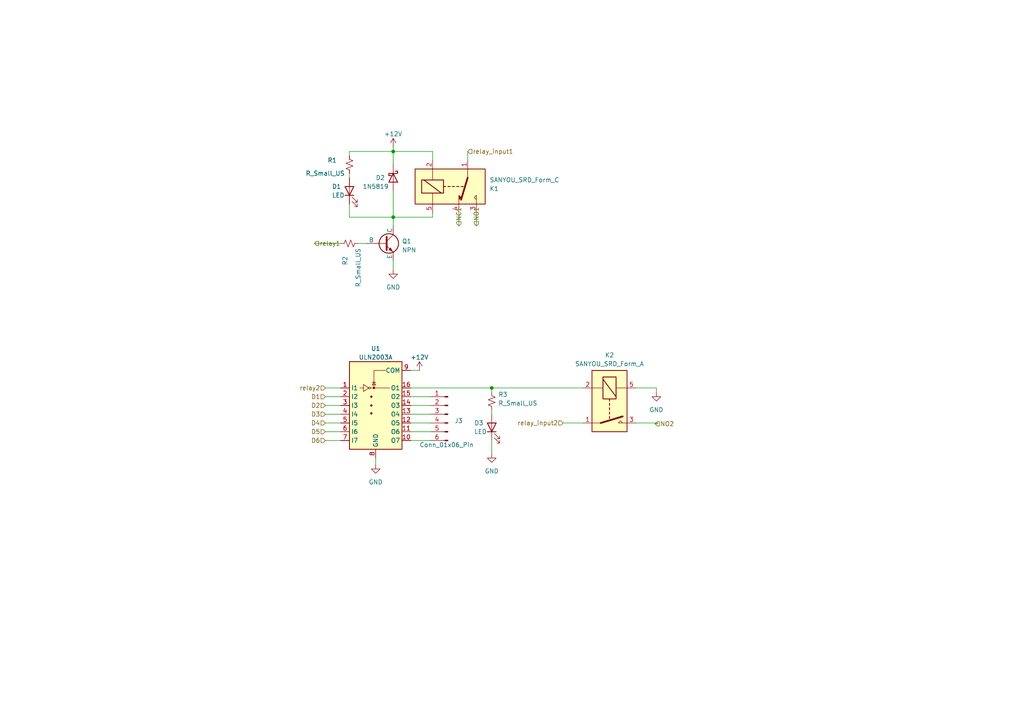
<source format=kicad_sch>
(kicad_sch (version 20230121) (generator eeschema)
  (paper "A4")
  (lib_symbols
    (symbol "Connector:Conn_01x06_Pin" (pin_names (offset 1.016) hide)
      (property "Reference" "J" (at 0 7.62 0))
      (property "Value" "Conn_01x06_Pin" (at 0 -10.16 0))
      (symbol "Conn_01x06_Pin_1_1"
        (polyline (pts (xy 1.27 -7.62) (xy 0.8636 -7.62)) (stroke (width 0.1524)))
        (polyline (pts (xy 1.27 -5.08) (xy 0.8636 -5.08)) (stroke (width 0.1524)))
        (polyline (pts (xy 1.27 -2.54) (xy 0.8636 -2.54)) (stroke (width 0.1524)))
        (polyline (pts (xy 1.27 0) (xy 0.8636 0)) (stroke (width 0.1524)))
        (polyline (pts (xy 1.27 2.54) (xy 0.8636 2.54)) (stroke (width 0.1524)))
        (polyline (pts (xy 1.27 5.08) (xy 0.8636 5.08)) (stroke (width 0.1524)))
        (rectangle (start 0.8636 -7.493) (end 0 -7.747) (stroke (width 0.1524)) (fill (type outline)))
        (rectangle (start 0.8636 -4.953) (end 0 -5.207) (stroke (width 0.1524)) (fill (type outline)))
        (rectangle (start 0.8636 -2.413) (end 0 -2.667) (stroke (width 0.1524)) (fill (type outline)))
        (rectangle (start 0.8636 0.127) (end 0 -0.127) (stroke (width 0.1524)) (fill (type outline)))
        (rectangle (start 0.8636 2.667) (end 0 2.413) (stroke (width 0.1524)) (fill (type outline)))
        (rectangle (start 0.8636 5.207) (end 0 4.953) (stroke (width 0.1524)) (fill (type outline)))
        (pin passive line (at 5.08 5.08 180) (length 3.81) (name "Pin_1") (number "1"))
        (pin passive line (at 5.08 2.54 180) (length 3.81) (name "Pin_2") (number "2"))
        (pin passive line (at 5.08 0 180) (length 3.81) (name "Pin_3") (number "3"))
        (pin passive line (at 5.08 -2.54 180) (length 3.81) (name "Pin_4") (number "4"))
        (pin passive line (at 5.08 -5.08 180) (length 3.81) (name "Pin_5") (number "5"))
        (pin passive line (at 5.08 -7.62 180) (length 3.81) (name "Pin_6") (number "6"))
      )
    )
    (symbol "Device:LED" (pin_numbers hide) (pin_names (offset 1.016) hide)
      (property "Reference" "D" (at 0 2.54 0))
      (property "Value" "LED" (at 0 -2.54 0))
      (symbol "LED_0_1"
        (polyline (pts (xy -1.27 -1.27) (xy -1.27 1.27)) (stroke (width 0.254)))
        (polyline (pts (xy -1.27 0) (xy 1.27 0)))
        (polyline (pts (xy 1.27 -1.27) (xy 1.27 1.27) (xy -1.27 0) (xy 1.27 -1.27)) (stroke (width 0.254)))
        (polyline (pts (xy -3.048 -0.762) (xy -4.572 -2.286) (xy -3.81 -2.286) (xy -4.572 -2.286) (xy -4.572 -1.524)))
        (polyline (pts (xy -1.778 -0.762) (xy -3.302 -2.286) (xy -2.54 -2.286) (xy -3.302 -2.286) (xy -3.302 -1.524)))
      )
      (symbol "LED_1_1"
        (pin passive line (at -3.81 0 0) (length 2.54) (name "K") (number "1"))
        (pin passive line (at 3.81 0 180) (length 2.54) (name "A") (number "2"))
      )
    )
    (symbol "Device:R_Small_US" (pin_numbers hide) (pin_names (offset 0.254) hide)
      (property "Reference" "R" (at 0.762 0.508 0))
      (property "Value" "R_Small_US" (at 0.762 -1.016 0))
      (symbol "R_Small_US_1_1"
        (polyline (pts (xy 0 0) (xy 1.016 -0.381) (xy 0 -0.762) (xy -1.016 -1.143) (xy 0 -1.524)))
        (polyline (pts (xy 0 1.524) (xy 1.016 1.143) (xy 0 0.762) (xy -1.016 0.381) (xy 0 0)))
        (pin passive line (at 0 2.54 270) (length 1.016) (name "~") (number "1"))
        (pin passive line (at 0 -2.54 90) (length 1.016) (name "~") (number "2"))
      )
    )
    (symbol "Diode:1N5819" (pin_numbers hide) (pin_names (offset 1.016) hide)
      (property "Reference" "D" (at 0 2.54 0))
      (property "Value" "1N5819" (at 0 -2.54 0))
      (symbol "1N5819_0_1"
        (polyline (pts (xy 1.27 0) (xy -1.27 0)))
        (polyline (pts (xy 1.27 1.27) (xy 1.27 -1.27) (xy -1.27 0) (xy 1.27 1.27)) (stroke (width 0.254)))
        (polyline (pts (xy -1.905 0.635) (xy -1.905 1.27) (xy -1.27 1.27) (xy -1.27 -1.27) (xy -0.635 -1.27) (xy -0.635 -0.635)) (stroke (width 0.254)))
      )
      (symbol "1N5819_1_1"
        (pin passive line (at -3.81 0 0) (length 2.54) (name "K") (number "1"))
        (pin passive line (at 3.81 0 180) (length 2.54) (name "A") (number "2"))
      )
    )
    (symbol "Relay:SANYOU_SRD_Form_A"
      (property "Reference" "K" (at 8.89 3.81 0))
      (property "Value" "SANYOU_SRD_Form_A" (at 8.89 1.27 0))
      (symbol "SANYOU_SRD_Form_A_0_0"
        (polyline (pts (xy 5.08 5.08) (xy 5.08 2.54) (xy 4.445 3.175) (xy 5.08 3.81)))
      )
      (symbol "SANYOU_SRD_Form_A_0_1"
        (rectangle (start -10.16 5.08) (end 7.62 -5.08) (stroke (width 0.254)) (fill (type background)))
        (rectangle (start -8.255 1.905) (end -1.905 -1.905) (stroke (width 0.254)))
        (polyline (pts (xy -7.62 -1.905) (xy -2.54 1.905)) (stroke (width 0.254)))
        (polyline (pts (xy -5.08 -5.08) (xy -5.08 -1.905)))
        (polyline (pts (xy -5.08 5.08) (xy -5.08 1.905)))
        (polyline (pts (xy -1.905 0) (xy -1.27 0)) (stroke (width 0.254)))
        (polyline (pts (xy -0.635 0) (xy 0 0)) (stroke (width 0.254)))
        (polyline (pts (xy 0.635 0) (xy 1.27 0)) (stroke (width 0.254)))
        (polyline (pts (xy 1.905 0) (xy 2.54 0)) (stroke (width 0.254)))
        (polyline (pts (xy 3.175 0) (xy 3.81 0)) (stroke (width 0.254)))
        (polyline (pts (xy 5.08 -2.54) (xy 3.175 3.81)) (stroke (width 0.508)))
        (polyline (pts (xy 5.08 -2.54) (xy 5.08 -5.08)))
      )
      (symbol "SANYOU_SRD_Form_A_1_1"
        (pin passive line (at 5.08 -7.62 90) (length 2.54) (name "~") (number "1"))
        (pin passive line (at -5.08 -7.62 90) (length 2.54) (name "~") (number "2"))
        (pin passive line (at 5.08 7.62 270) (length 2.54) (name "~") (number "3"))
        (pin passive line (at -5.08 7.62 270) (length 2.54) (name "~") (number "5"))
      )
    )
    (symbol "Relay:SANYOU_SRD_Form_C"
      (property "Reference" "K" (at 11.43 3.81 0))
      (property "Value" "SANYOU_SRD_Form_C" (at 11.43 1.27 0))
      (symbol "SANYOU_SRD_Form_C_0_0"
        (polyline (pts (xy 7.62 5.08) (xy 7.62 2.54) (xy 6.985 3.175) (xy 7.62 3.81)))
      )
      (symbol "SANYOU_SRD_Form_C_0_1"
        (rectangle (start -10.16 5.08) (end 10.16 -5.08) (stroke (width 0.254)) (fill (type background)))
        (rectangle (start -8.255 1.905) (end -1.905 -1.905) (stroke (width 0.254)))
        (polyline (pts (xy -7.62 -1.905) (xy -2.54 1.905)) (stroke (width 0.254)))
        (polyline (pts (xy -5.08 -5.08) (xy -5.08 -1.905)))
        (polyline (pts (xy -5.08 5.08) (xy -5.08 1.905)))
        (polyline (pts (xy -1.905 0) (xy -1.27 0)) (stroke (width 0.254)))
        (polyline (pts (xy -0.635 0) (xy 0 0)) (stroke (width 0.254)))
        (polyline (pts (xy 0.635 0) (xy 1.27 0)) (stroke (width 0.254)))
        (polyline (pts (xy 1.905 0) (xy 2.54 0)) (stroke (width 0.254)))
        (polyline (pts (xy 3.175 0) (xy 3.81 0)) (stroke (width 0.254)))
        (polyline (pts (xy 5.08 -2.54) (xy 3.175 3.81)) (stroke (width 0.508)))
        (polyline (pts (xy 5.08 -2.54) (xy 5.08 -5.08)))
      )
      (symbol "SANYOU_SRD_Form_C_1_1"
        (polyline (pts (xy 2.54 3.81) (xy 3.175 3.175) (xy 2.54 2.54) (xy 2.54 5.08)) (fill (type outline)))
        (pin passive line (at 5.08 -7.62 90) (length 2.54) (name "~") (number "1"))
        (pin passive line (at -5.08 -7.62 90) (length 2.54) (name "~") (number "2"))
        (pin passive line (at 7.62 7.62 270) (length 2.54) (name "~") (number "3"))
        (pin passive line (at 2.54 7.62 270) (length 2.54) (name "~") (number "4"))
        (pin passive line (at -5.08 7.62 270) (length 2.54) (name "~") (number "5"))
      )
    )
    (symbol "Simulation_SPICE:NPN" (pin_numbers hide) (pin_names (offset 0))
      (property "Reference" "Q" (at -2.54 7.62 0))
      (property "Value" "NPN" (at -2.54 5.08 0))
      (symbol "NPN_0_1"
        (polyline (pts (xy -2.54 0) (xy 0.635 0)) (stroke (width 0.1524)))
        (polyline (pts (xy 0.635 0.635) (xy 2.54 2.54)))
        (polyline (pts (xy 2.794 -1.27) (xy 2.794 -1.27)) (stroke (width 0.1524)))
        (polyline (pts (xy 2.794 -1.27) (xy 2.794 -1.27)) (stroke (width 0.1524)))
        (polyline (pts (xy 0.635 -0.635) (xy 2.54 -2.54) (xy 2.54 -2.54)))
        (polyline (pts (xy 0.635 1.905) (xy 0.635 -1.905) (xy 0.635 -1.905)) (stroke (width 0.508)))
        (polyline (pts (xy 1.27 -1.778) (xy 1.778 -1.27) (xy 2.286 -2.286) (xy 1.27 -1.778) (xy 1.27 -1.778)) (fill (type outline)))
        (circle (center 1.27 0) (radius 2.8194) (stroke (width 0.254)))
      )
      (symbol "NPN_1_1"
        (pin open_collector line (at 2.54 5.08 270) (length 2.54) (name "C") (number "1"))
        (pin input line (at -5.08 0 0) (length 2.54) (name "B") (number "2"))
        (pin open_emitter line (at 2.54 -5.08 90) (length 2.54) (name "E") (number "3"))
      )
    )
    (symbol "Transistor_Array:ULN2003A"
      (property "Reference" "U" (at 0 15.875 0))
      (property "Value" "ULN2003A" (at 0 13.97 0))
      (symbol "ULN2003A_0_1"
        (rectangle (start -7.62 -12.7) (end 7.62 12.7) (stroke (width 0.254)) (fill (type background)))
        (circle (center -1.778 5.08) (radius 0.254))
        (circle (center -1.27 -2.286) (radius 0.254) (fill (type outline)))
        (circle (center -1.27 0) (radius 0.254) (fill (type outline)))
        (circle (center -1.27 2.54) (radius 0.254) (fill (type outline)))
        (circle (center -0.508 5.08) (radius 0.254) (fill (type outline)))
        (polyline (pts (xy -4.572 5.08) (xy -3.556 5.08)))
        (polyline (pts (xy -1.524 5.08) (xy 4.064 5.08)))
        (polyline (pts (xy 0 6.731) (xy -1.016 6.731)))
        (polyline (pts (xy -0.508 5.08) (xy -0.508 10.16) (xy 2.921 10.16)))
        (polyline (pts (xy -3.556 6.096) (xy -3.556 4.064) (xy -2.032 5.08) (xy -3.556 6.096)))
        (polyline (pts (xy 0 5.969) (xy -1.016 5.969) (xy -0.508 6.731) (xy 0 5.969)))
      )
      (symbol "ULN2003A_1_1"
        (pin input line (at -10.16 5.08 0) (length 2.54) (name "I1") (number "1"))
        (pin open_collector line (at 10.16 -10.16 180) (length 2.54) (name "O7") (number "10"))
        (pin open_collector line (at 10.16 -7.62 180) (length 2.54) (name "O6") (number "11"))
        (pin open_collector line (at 10.16 -5.08 180) (length 2.54) (name "O5") (number "12"))
        (pin open_collector line (at 10.16 -2.54 180) (length 2.54) (name "O4") (number "13"))
        (pin open_collector line (at 10.16 0 180) (length 2.54) (name "O3") (number "14"))
        (pin open_collector line (at 10.16 2.54 180) (length 2.54) (name "O2") (number "15"))
        (pin open_collector line (at 10.16 5.08 180) (length 2.54) (name "O1") (number "16"))
        (pin input line (at -10.16 2.54 0) (length 2.54) (name "I2") (number "2"))
        (pin input line (at -10.16 0 0) (length 2.54) (name "I3") (number "3"))
        (pin input line (at -10.16 -2.54 0) (length 2.54) (name "I4") (number "4"))
        (pin input line (at -10.16 -5.08 0) (length 2.54) (name "I5") (number "5"))
        (pin input line (at -10.16 -7.62 0) (length 2.54) (name "I6") (number "6"))
        (pin input line (at -10.16 -10.16 0) (length 2.54) (name "I7") (number "7"))
        (pin power_in line (at 0 -15.24 90) (length 2.54) (name "GND") (number "8"))
        (pin passive line (at 10.16 10.16 180) (length 2.54) (name "COM") (number "9"))
      )
    )
    (symbol "power:+12V" (power) (pin_names (offset 0))
      (property "Value" "+12V" (at 0 3.556 0))
      (symbol "+12V_0_1"
        (polyline (pts (xy -0.762 1.27) (xy 0 2.54)))
        (polyline (pts (xy 0 0) (xy 0 2.54)))
        (polyline (pts (xy 0 2.54) (xy 0.762 1.27)))
      )
      (symbol "+12V_1_1"
        (pin power_in line (at 0 0 90) (length 0) hide (name "+12V") (number "1"))
      )
    )
    (symbol "power:GND" (power) (pin_names (offset 0))
      (property "Value" "GND" (at 0 -3.81 0))
      (symbol "GND_0_1"
        (polyline (pts (xy 0 0) (xy 0 -1.27) (xy 1.27 -1.27) (xy 0 -2.54) (xy -1.27 -1.27) (xy 0 -1.27)))
      )
      (symbol "GND_1_1"
        (pin power_in line (at 0 0 270) (length 0) hide (name "GND") (number "1"))
      )
    )
  )
  (junction (at 142.621 112.522))
  (junction (at 114.046 43.942))
  (junction (at 114.046 62.992))
  (wire (pts (xy 119.126 117.602) (xy 124.841 117.602)))
  (wire (pts (xy 101.346 59.182) (xy 101.346 62.992)))
  (wire (pts (xy 190.754 122.682) (xy 190.754 122.936)))
  (wire (pts (xy 119.126 107.442) (xy 121.666 107.442)))
  (wire (pts (xy 119.126 127.762) (xy 124.841 127.762)))
  (wire (pts (xy 91.186 70.612) (xy 98.806 70.612)))
  (wire (pts (xy 114.046 42.672) (xy 114.046 43.942)))
  (wire (pts (xy 94.361 117.602) (xy 98.806 117.602)))
  (wire (pts (xy 114.046 55.372) (xy 114.046 62.992)))
  (wire (pts (xy 114.046 75.692) (xy 114.046 78.232)))
  (wire (pts (xy 119.126 122.682) (xy 124.841 122.682)))
  (wire (pts (xy 119.126 120.142) (xy 124.841 120.142)))
  (wire (pts (xy 125.476 43.942) (xy 125.476 46.482)))
  (wire (pts (xy 94.361 115.062) (xy 98.806 115.062)))
  (wire (pts (xy 163.322 122.682) (xy 169.164 122.682)))
  (wire (pts (xy 101.346 43.942) (xy 114.046 43.942)))
  (wire (pts (xy 114.046 62.992) (xy 125.476 62.992)))
  (wire (pts (xy 142.621 112.522) (xy 169.164 112.522)))
  (wire (pts (xy 190.373 112.522) (xy 190.373 113.792)))
  (wire (pts (xy 101.346 50.292) (xy 101.346 51.562)))
  (wire (pts (xy 119.126 115.062) (xy 124.841 115.062)))
  (wire (pts (xy 142.621 127.762) (xy 142.621 131.572)))
  (wire (pts (xy 114.046 43.942) (xy 114.046 47.752)))
  (wire (pts (xy 142.621 113.792) (xy 142.621 112.522)))
  (wire (pts (xy 94.361 122.682) (xy 98.806 122.682)))
  (wire (pts (xy 190.754 122.682) (xy 184.404 122.682)))
  (wire (pts (xy 190.754 122.936) (xy 189.992 122.936)))
  (wire (pts (xy 94.361 120.142) (xy 98.806 120.142)))
  (wire (pts (xy 119.126 112.522) (xy 142.621 112.522)))
  (wire (pts (xy 184.404 112.522) (xy 190.373 112.522)))
  (wire (pts (xy 138.176 61.722) (xy 138.176 65.532)))
  (wire (pts (xy 103.886 70.612) (xy 106.426 70.612)))
  (wire (pts (xy 101.346 62.992) (xy 114.046 62.992)))
  (wire (pts (xy 94.361 125.222) (xy 98.806 125.222)))
  (wire (pts (xy 119.126 125.222) (xy 124.841 125.222)))
  (wire (pts (xy 101.346 45.212) (xy 101.346 43.942)))
  (wire (pts (xy 114.046 43.942) (xy 125.476 43.942)))
  (wire (pts (xy 135.636 43.942) (xy 135.636 46.482)))
  (wire (pts (xy 125.476 62.992) (xy 125.476 61.722)))
  (wire (pts (xy 94.361 127.762) (xy 98.806 127.762)))
  (wire (pts (xy 133.096 61.722) (xy 133.096 65.532)))
  (wire (pts (xy 108.966 132.842) (xy 108.966 134.747)))
  (wire (pts (xy 142.621 118.872) (xy 142.621 120.142)))
  (wire (pts (xy 94.361 112.522) (xy 98.806 112.522)))
  (wire (pts (xy 114.046 62.992) (xy 114.046 65.532)))
  (hierarchical_label "relay1" (shape input) (at 91.186 70.612 0))
  (hierarchical_label "NO1" (shape input) (at 138.176 65.532 90))
  (hierarchical_label "NC1" (shape input) (at 133.096 65.532 90))
  (hierarchical_label "D2" (shape input) (at 94.361 117.602 180))
  (hierarchical_label "NO2" (shape input) (at 189.992 122.936 0))
  (hierarchical_label "D5" (shape input) (at 94.361 125.222 180))
  (hierarchical_label "relay_input1" (shape input) (at 135.636 43.942 0))
  (hierarchical_label "D3" (shape input) (at 94.361 120.142 180))
  (hierarchical_label "D1" (shape input) (at 94.361 115.062 180))
  (hierarchical_label "D4" (shape input) (at 94.361 122.682 180))
  (hierarchical_label "relay_input2" (shape input) (at 163.322 122.682 180))
  (hierarchical_label "relay2" (shape input) (at 94.361 112.522 180))
  (hierarchical_label "D6" (shape input) (at 94.361 127.762 180))
  (symbol (lib_id "power:+12V") (at 121.666 107.442 0) (unit 1)
    (property "Reference" "#PWR08" (effects hide))
    (property "Value" "+12V" (at 121.666 103.632 0))
  )
  (symbol (lib_id "Diode:1N5819") (at 114.046 51.562 270) (unit 1)
    (property "Reference" "D2" (at 108.966 51.562 90) (effects (justify left)))
    (property "Value" "1N5819" (at 105.156 54.102 90) (effects (justify left)))
    (property "Footprint" "Diode_THT:D_DO-41_SOD81_P10.16mm_Horizontal" (effects hide))
    (property "Datasheet" "http://www.vishay.com/docs/88525/1n5817.pdf" (effects hide))
  )
  (symbol (lib_id "power:GND") (at 114.046 78.232 0) (unit 1)
    (property "Reference" "#PWR04" (effects hide))
    (property "Value" "GND" (at 114.046 83.312 0))
  )
  (symbol (lib_id "Device:R_Small_US") (at 101.346 70.612 90) (unit 1)
    (property "Reference" "R2" (at 100.076 76.962 0) (effects (justify left)))
    (property "Value" "R_Small_US" (at 103.886 83.312 0) (effects (justify left)))
  )
  (symbol (lib_id "power:+12V") (at 114.046 42.672 0) (unit 1)
    (property "Reference" "#PWR03" (effects hide))
    (property "Value" "+12V" (at 114.046 38.862 0))
  )
  (symbol (lib_id "Simulation_SPICE:NPN") (at 111.506 70.612 0) (unit 1)
    (property "Reference" "Q1" (at 116.586 69.977 0) (effects (justify left)))
    (property "Value" "NPN" (at 116.586 72.517 0) (effects (justify left)))
    (property "Sim.Device" "NPN" (effects hide))
    (property "Sim.Type" "GUMMELPOON" (effects hide))
    (property "Sim.Pins" "1=C 2=B 3=E" (effects hide))
  )
  (symbol (lib_id "power:GND") (at 142.621 131.572 0) (unit 1)
    (property "Reference" "#PWR09" (effects hide))
    (property "Value" "GND" (at 142.621 136.652 0))
  )
  (symbol (lib_id "Device:LED") (at 142.621 123.952 90) (unit 1)
    (property "Reference" "D3" (at 137.541 122.682 90) (effects (justify right)))
    (property "Value" "LED" (at 137.541 125.222 90) (effects (justify right)))
  )
  (symbol (lib_id "Transistor_Array:ULN2003A") (at 108.966 117.602 0) (unit 1)
    (property "Reference" "U1" (at 108.966 101.092 0))
    (property "Value" "ULN2003A" (at 108.966 103.632 0))
    (property "Datasheet" "http://www.ti.com/lit/ds/symlink/uln2003a.pdf" (effects hide))
  )
  (symbol (lib_id "Relay:SANYOU_SRD_Form_C") (at 130.556 54.102 0) (mirror x) (unit 1)
    (property "Reference" "K1" (at 141.986 54.737 0) (effects (justify left)))
    (property "Value" "SANYOU_SRD_Form_C" (at 141.986 52.197 0) (effects (justify left)))
    (property "Footprint" "Relay_THT:Relay_SPDT_SANYOU_SRD_Series_Form_C" (effects hide))
    (property "Datasheet" "http://www.sanyourelay.ca/public/products/pdf/SRD.pdf" (effects hide))
  )
  (symbol (lib_id "Device:LED") (at 101.346 55.372 90) (unit 1)
    (property "Reference" "D1" (at 96.266 54.102 90) (effects (justify right)))
    (property "Value" "LED" (at 96.266 56.642 90) (effects (justify right)))
  )
  (symbol (lib_id "power:GND") (at 108.966 134.747 0) (unit 1)
    (property "Reference" "#PWR01" (effects hide))
    (property "Value" "GND" (at 108.966 139.827 0))
  )
  (symbol (lib_id "power:GND") (at 190.373 113.792 0) (unit 1)
    (property "Reference" "#PWR013" (effects hide))
    (property "Value" "GND" (at 190.373 118.872 0))
  )
  (symbol (lib_id "Connector:Conn_01x06_Pin") (at 129.921 120.142 0) (mirror y) (unit 1)
    (property "Reference" "J3" (at 131.826 122.047 0) (effects (justify right)))
    (property "Value" "Conn_01x06_Pin" (at 121.666 129.032 0) (effects (justify right)))
  )
  (symbol (lib_id "Device:R_Small_US") (at 142.621 116.332 0) (unit 1)
    (property "Reference" "R3" (at 144.526 114.427 0) (effects (justify left)))
    (property "Value" "R_Small_US" (at 144.526 116.967 0) (effects (justify left)))
  )
  (symbol (lib_id "Device:R_Small_US") (at 101.346 47.752 0) (unit 1)
    (property "Reference" "R1" (at 94.996 46.482 0) (effects (justify left)))
    (property "Value" "R_Small_US" (at 88.646 50.292 0) (effects (justify left)))
  )
  (symbol (lib_id "Relay:SANYOU_SRD_Form_A") (at 176.784 117.602 270) (unit 1)
    (property "Reference" "K2" (at 176.784 102.997 90))
    (property "Value" "SANYOU_SRD_Form_A" (at 176.784 105.537 90))
    (property "Footprint" "Relay_THT:Relay_SPST_SANYOU_SRD_Series_Form_A" (effects hide))
    (property "Datasheet" "http://www.sanyourelay.ca/public/products/pdf/SRD.pdf" (effects hide))
  )
)
</source>
